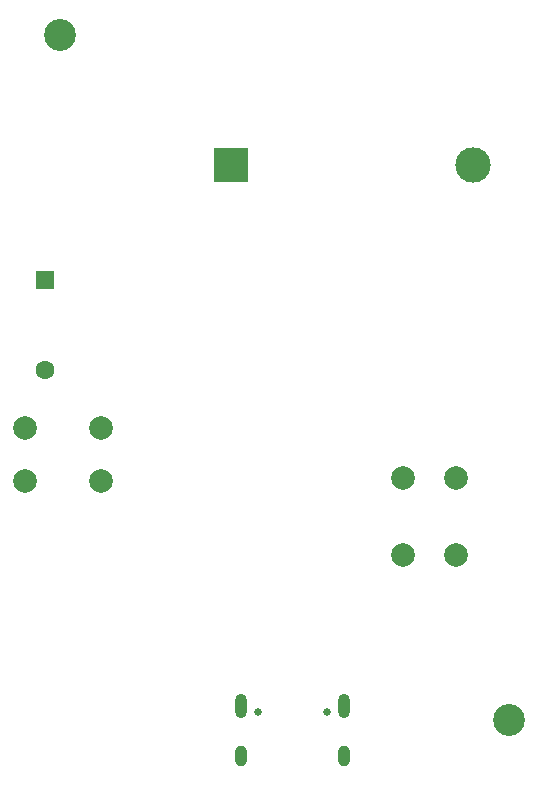
<source format=gbr>
%TF.GenerationSoftware,KiCad,Pcbnew,9.0.2*%
%TF.CreationDate,2025-08-07T00:04:08-07:00*%
%TF.ProjectId,TimeCapsule,54696d65-4361-4707-9375-6c652e6b6963,rev?*%
%TF.SameCoordinates,Original*%
%TF.FileFunction,Soldermask,Bot*%
%TF.FilePolarity,Negative*%
%FSLAX46Y46*%
G04 Gerber Fmt 4.6, Leading zero omitted, Abs format (unit mm)*
G04 Created by KiCad (PCBNEW 9.0.2) date 2025-08-07 00:04:08*
%MOMM*%
%LPD*%
G01*
G04 APERTURE LIST*
G04 Aperture macros list*
%AMRoundRect*
0 Rectangle with rounded corners*
0 $1 Rounding radius*
0 $2 $3 $4 $5 $6 $7 $8 $9 X,Y pos of 4 corners*
0 Add a 4 corners polygon primitive as box body*
4,1,4,$2,$3,$4,$5,$6,$7,$8,$9,$2,$3,0*
0 Add four circle primitives for the rounded corners*
1,1,$1+$1,$2,$3*
1,1,$1+$1,$4,$5*
1,1,$1+$1,$6,$7*
1,1,$1+$1,$8,$9*
0 Add four rect primitives between the rounded corners*
20,1,$1+$1,$2,$3,$4,$5,0*
20,1,$1+$1,$4,$5,$6,$7,0*
20,1,$1+$1,$6,$7,$8,$9,0*
20,1,$1+$1,$8,$9,$2,$3,0*%
G04 Aperture macros list end*
%ADD10C,2.000000*%
%ADD11C,2.700000*%
%ADD12R,3.000000X3.000000*%
%ADD13C,3.000000*%
%ADD14RoundRect,0.250000X-0.550000X0.550000X-0.550000X-0.550000X0.550000X-0.550000X0.550000X0.550000X0*%
%ADD15C,1.600000*%
%ADD16C,0.650000*%
%ADD17O,1.000000X2.100000*%
%ADD18O,1.000000X1.800000*%
G04 APERTURE END LIST*
D10*
%TO.C,SW1*%
X89500000Y-93500000D03*
X89500000Y-100000000D03*
X85000000Y-93500000D03*
X85000000Y-100000000D03*
%TD*%
D11*
%TO.C,H4*%
X94000000Y-114000000D03*
%TD*%
%TO.C,H3*%
X56000000Y-56000000D03*
%TD*%
D12*
%TO.C,BT1*%
X70500000Y-67000000D03*
D13*
X90990000Y-67000000D03*
%TD*%
D10*
%TO.C,SW2*%
X53000000Y-89250000D03*
X59500000Y-89250000D03*
X53000000Y-93750000D03*
X59500000Y-93750000D03*
%TD*%
D14*
%TO.C,D2*%
X54750000Y-76750000D03*
D15*
X54750000Y-84370000D03*
%TD*%
D16*
%TO.C,J1*%
X72790000Y-113345000D03*
X78570000Y-113345000D03*
D17*
X71360000Y-112845000D03*
D18*
X71360000Y-117025000D03*
D17*
X80000000Y-112845000D03*
D18*
X80000000Y-117025000D03*
%TD*%
M02*

</source>
